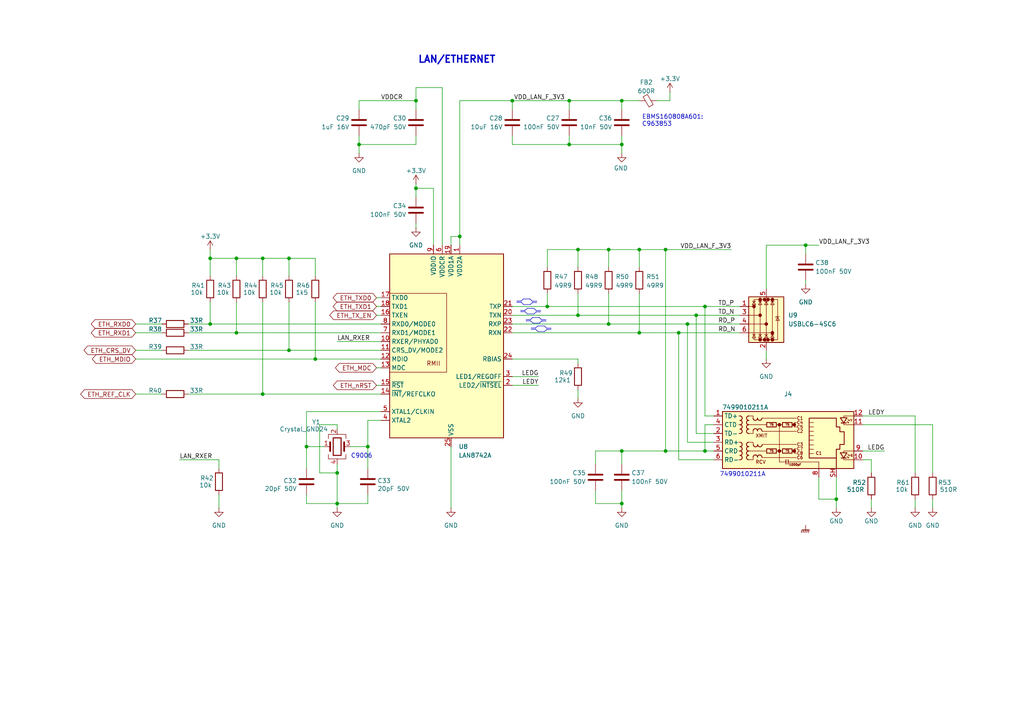
<source format=kicad_sch>
(kicad_sch (version 20250114) (generator "eeschema") (generator_version "9.0")
  (paper "A4")
  (lib_symbols
    (symbol "1-Capacitor:C_0805" (pin_numbers (hide yes)) (pin_names (offset 0.254))
      (property "Reference" "C" (at 0.635 2.54 0))
      (property "Value" "C_0805" (at 0.635 -2.54 0))
      (symbol "C_0805_0_1"
        (polyline (pts (xy -2.032 0.762) (xy 2.032 0.762)) (stroke (width 0.508)))
        (polyline (pts (xy -2.032 -0.762) (xy 2.032 -0.762)) (stroke (width 0.508)))
      )
      (symbol "C_0805_1_1"
        (pin passive line (at 0 3.81 270) (length 2.794) (name "~") (number "1"))
        (pin passive line (at 0 -3.81 90) (length 2.794) (name "~") (number "2"))
      )
    )
    (symbol "1-Crystal-and-Oscillator:Crystal_GND24" (pin_names (offset 1.016) (hide yes))
      (property "Reference" "Y" (at 3.175 5.08 0))
      (property "Value" "Crystal_GND24" (at 3.175 3.175 0))
      (symbol "Crystal_GND24_0_1"
        (polyline (pts (xy -2.54 2.286) (xy -2.54 3.556) (xy 2.54 3.556) (xy 2.54 2.286)))
        (polyline (pts (xy -2.54 0) (xy -2.032 0)))
        (polyline (pts (xy -2.54 -2.286) (xy -2.54 -3.556) (xy 2.54 -3.556) (xy 2.54 -2.286)))
        (polyline (pts (xy -2.032 -1.27) (xy -2.032 1.27)) (stroke (width 0.508)))
        (rectangle (start -1.143 2.54) (end 1.143 -2.54) (stroke (width 0.3048)))
        (polyline (pts (xy 0 3.556) (xy 0 3.81)))
        (polyline (pts (xy 0 -3.81) (xy 0 -3.556)))
        (polyline (pts (xy 2.032 0) (xy 2.54 0)))
        (polyline (pts (xy 2.032 -1.27) (xy 2.032 1.27)) (stroke (width 0.508)))
      )
      (symbol "Crystal_GND24_1_1"
        (pin passive line (at -3.81 0 0) (length 1.27) (name "1") (number "1"))
        (pin passive line (at 0 5.08 270) (length 1.27) (name "2") (number "2"))
        (pin passive line (at 0 -5.08 90) (length 1.27) (name "4") (number "4"))
        (pin passive line (at 3.81 0 180) (length 1.27) (name "3") (number "3"))
      )
    )
    (symbol "Connector:RJ45_Wuerth_7499010211A"
      (property "Reference" "J" (at 17.78 10.16 0))
      (property "Value" "RJ45_Wuerth_7499010211A" (at -6.35 10.16 0))
      (symbol "RJ45_Wuerth_7499010211A_0_0"
        (circle (center -1.27 5.08) (radius 0.0001) (stroke (width 0.508)))
        (polyline (pts (xy -1.27 5.08) (xy -1.27 -5.715)))
        (circle (center -1.27 -2.54) (radius 0.0001) (stroke (width 0.508)))
        (polyline (pts (xy 0.635 -5.08) (xy 0.635 -6.35)) (stroke (width 0.254)))
        (polyline (pts (xy 1.27 -5.08) (xy 1.27 -6.35)) (stroke (width 0.254)))
        (polyline (pts (xy 3.048 5.08) (xy 2.54 5.08)))
        (circle (center 3.048 5.08) (radius 0.0001) (stroke (width 0.508)))
        (polyline (pts (xy 3.048 -2.54) (xy 2.54 -2.54)))
        (circle (center 3.048 -2.54) (radius 0.0001) (stroke (width 0.508)))
        (polyline (pts (xy 3.683 5.715) (xy 3.048 5.715) (xy 3.048 4.445) (xy 3.683 4.445)))
        (polyline (pts (xy 3.683 -1.905) (xy 3.048 -1.905) (xy 3.048 -3.175) (xy 3.683 -3.175)))
        (polyline (pts (xy 17.399 7.112) (xy 17.399 7.62) (xy 20.32 7.62)))
        (polyline (pts (xy 17.399 -3.048) (xy 17.399 -2.54) (xy 20.32 -2.54)))
        (polyline (pts (xy 20.32 5.08) (xy 17.399 5.08) (xy 17.399 5.588)))
        (polyline (pts (xy 20.32 -5.08) (xy 17.399 -5.08) (xy 17.399 -4.572)))
        (text "XMIT" (at -8.255 1.905 0) (effects (font (size 1.016 1.016)) (justify left)))
        (text "RCV" (at -8.255 -5.715 0) (effects (font (size 1.016 1.016)) (justify left)))
        (text "C1" (at 4.699 6.985 0) (effects (font (size 0.889 0.889))))
        (text "C4" (at 4.699 5.715 0) (effects (font (size 0.889 0.889))))
        (text "C5" (at 4.699 4.445 0) (effects (font (size 0.889 0.889))))
        (text "C2" (at 4.699 3.175 0) (effects (font (size 0.889 0.889))))
        (text "C3" (at 4.699 -0.635 0) (effects (font (size 0.889 0.889))))
        (text "C7" (at 4.699 -1.905 0) (effects (font (size 0.889 0.889))))
        (text "C8" (at 4.699 -3.175 0) (effects (font (size 0.889 0.889))))
        (text "C6" (at 4.699 -4.445 0) (effects (font (size 0.889 0.889))))
        (text "C1" (at 10.16 -3.175 0) (effects (font (size 0.889 0.889))))
      )
      (symbol "RJ45_Wuerth_7499010211A_0_1"
        (rectangle (start -17.78 8.89) (end 20.32 -7.62) (stroke (width 0.254)) (fill (type background)))
        (polyline (pts (xy -12.7 7.62) (xy -13.081 7.62)))
        (polyline (pts (xy -12.7 5.08) (xy -13.081 5.08)))
        (polyline (pts (xy -12.7 2.54) (xy -13.081 2.54)))
        (polyline (pts (xy -12.7 0) (xy -13.081 0)))
        (polyline (pts (xy -12.7 -2.54) (xy -13.081 -2.54)))
        (polyline (pts (xy -12.7 -5.08) (xy -13.081 -5.08)))
        (polyline (pts (xy -10.16 7.62) (xy -8.89 7.62) (xy -8.89 6.985)))
        (polyline (pts (xy -10.16 0) (xy -8.89 0) (xy -8.89 -0.635)))
        (polyline (pts (xy -8.89 3.175) (xy -8.89 2.54) (xy -10.16 2.54)))
        (polyline (pts (xy -8.89 -4.445) (xy -8.89 -5.08) (xy -10.16 -5.08)))
        (polyline (pts (xy -6.35 6.985) (xy 3.683 6.985)))
        (polyline (pts (xy -6.35 3.175) (xy 3.683 3.175)))
        (polyline (pts (xy -6.35 -4.445) (xy 3.683 -4.445)))
        (polyline (pts (xy -6.223 -0.635) (xy 3.683 -0.635)))
        (polyline (pts (xy -5.08 -2.54) (xy -10.16 -2.54)))
        (polyline (pts (xy -4.953 5.08) (xy -10.16 5.08)))
        (polyline (pts (xy -2.159 5.08) (xy -0.381 5.08)))
        (polyline (pts (xy -2.159 -2.54) (xy -0.381 -2.54)))
        (polyline (pts (xy 0.635 -5.715) (xy -1.27 -5.715)))
        (polyline (pts (xy 7.366 3.175) (xy 8.636 3.175)))
        (polyline (pts (xy 7.366 1.905) (xy 8.636 1.905)))
        (polyline (pts (xy 7.366 0.635) (xy 8.636 0.635)))
        (polyline (pts (xy 7.366 -0.762) (xy 8.636 -0.762)))
        (polyline (pts (xy 7.366 -2.032) (xy 8.636 -2.032)))
        (polyline (pts (xy 8.636 5.715) (xy 7.366 5.715)))
        (polyline (pts (xy 8.636 4.445) (xy 7.366 4.445)))
        (polyline (pts (xy 8.636 -3.302) (xy 7.366 -3.302)))
        (polyline (pts (xy 10.16 -5.715) (xy 1.27 -5.715)))
        (polyline (pts (xy 10.16 -5.715) (xy 10.16 -7.62)))
      )
      (symbol "RJ45_Wuerth_7499010211A_1_0"
        (text "1000pF" (at 3.302 -6.477 0) (effects (font (size 0.635 0.635))))
      )
      (symbol "RJ45_Wuerth_7499010211A_1_1"
        (arc (start -12.7 0) (mid -12.0677 -0.635) (end -12.7 -1.27) (stroke (width 0.254)))
        (arc (start -12.6973 7.62) (mid -12.065 6.985) (end -12.6973 6.35) (stroke (width 0.254)))
        (arc (start -12.6973 -1.27) (mid -12.065 -1.905) (end -12.6973 -2.54) (stroke (width 0.254)))
        (arc (start -12.6973 -2.54) (mid -12.065 -3.175) (end -12.6973 -3.81) (stroke (width 0.254)))
        (arc (start -12.6973 -3.81) (mid -12.065 -4.445) (end -12.6973 -5.08) (stroke (width 0.254)))
        (arc (start -12.6946 6.35) (mid -12.0623 5.715) (end -12.6946 5.08) (stroke (width 0.254)))
        (arc (start -12.6946 5.08) (mid -12.0623 4.445) (end -12.6946 3.81) (stroke (width 0.254)))
        (arc (start -12.6946 3.81) (mid -12.0623 3.175) (end -12.6946 2.54) (stroke (width 0.254)))
        (arc (start -10.1654 6.35) (mid -10.7977 6.985) (end -10.1654 7.62) (stroke (width 0.254)))
        (arc (start -10.1654 5.08) (mid -10.7977 5.715) (end -10.1654 6.35) (stroke (width 0.254)))
        (arc (start -10.1654 3.81) (mid -10.7977 4.445) (end -10.1654 5.08) (stroke (width 0.254)))
        (arc (start -10.1654 -1.27) (mid -10.7977 -0.635) (end -10.1654 0) (stroke (width 0.254)))
        (arc (start -10.1654 -2.54) (mid -10.7977 -1.905) (end -10.1654 -1.27) (stroke (width 0.254)))
        (arc (start -10.1654 -3.81) (mid -10.7977 -3.175) (end -10.1654 -2.54) (stroke (width 0.254)))
        (arc (start -10.1627 2.54) (mid -10.795 3.175) (end -10.1627 3.81) (stroke (width 0.254)))
        (arc (start -10.1627 -5.08) (mid -10.795 -4.445) (end -10.1627 -3.81) (stroke (width 0.254)))
        (arc (start -7.62 6.9823) (mid -8.255 6.35) (end -8.89 6.9823) (stroke (width 0.254)))
        (arc (start -8.89 3.3047) (mid -8.255 3.937) (end -7.62 3.3047) (stroke (width 0.254)))
        (arc (start -8.89 -4.3153) (mid -8.255 -3.683) (end -7.62 -4.3153) (stroke (width 0.254)))
        (arc (start -7.5565 -0.7012) (mid -8.1915 -1.3335) (end -8.8265 -0.7012) (stroke (width 0.254)))
        (arc (start -6.35 6.985) (mid -6.985 6.3527) (end -7.62 6.985) (stroke (width 0.254)))
        (arc (start -7.62 3.3074) (mid -6.985 3.9397) (end -6.35 3.3074) (stroke (width 0.254)))
        (arc (start -7.62 -4.3126) (mid -6.985 -3.6803) (end -6.35 -4.3126) (stroke (width 0.254)))
        (arc (start -6.2865 -0.6985) (mid -6.9215 -1.3308) (end -7.5565 -0.6985) (stroke (width 0.254)))
        (rectangle (start -4.953 5.715) (end -2.159 4.445) (stroke (width 0.254)))
        (rectangle (start -4.953 -1.905) (end -2.159 -3.175) (stroke (width 0.254)))
        (rectangle (start -0.381 5.715) (end 2.413 4.445) (stroke (width 0.254)))
        (rectangle (start -0.381 -1.905) (end 2.413 -3.175) (stroke (width 0.254)))
        (polyline (pts (xy 7.366 -4.572) (xy 7.366 6.985) (xy 15.24 6.985) (xy 15.24 4.445) (xy 16.256 4.445) (xy 16.256 3.048) (xy 17.526 3.048) (xy 17.526 -0.635) (xy 16.256 -0.635) (xy 16.256 -2.032) (xy 15.24 -2.032) (xy 15.24 -4.572) (xy 7.366 -4.572)) (stroke (width 0.254)))
        (polyline (pts (xy 15.24 -7.62) (xy 15.24 -4.572)) (stroke (width 0.254)))
        (polyline (pts (xy 18.161 5.588) (xy 16.637 5.588)) (stroke (width 0.254)))
        (polyline (pts (xy 18.161 -4.572) (xy 16.637 -4.572)) (stroke (width 0.254)))
        (polyline (pts (xy 18.288 7.112) (xy 16.383 7.112) (xy 17.399 5.588) (xy 18.288 7.112)) (stroke (width 0.254)))
        (polyline (pts (xy 18.288 6.096) (xy 18.796 5.588) (xy 18.542 5.588)))
        (polyline (pts (xy 18.288 -3.048) (xy 16.383 -3.048) (xy 17.399 -4.572) (xy 18.288 -3.048)) (stroke (width 0.254)))
        (polyline (pts (xy 18.288 -4.064) (xy 18.796 -4.572) (xy 18.542 -4.572)))
        (polyline (pts (xy 18.542 6.731) (xy 19.05 6.223) (xy 18.796 6.223)))
        (polyline (pts (xy 18.542 -3.429) (xy 19.05 -3.937) (xy 18.796 -3.937)))
        (polyline (pts (xy 18.796 5.588) (xy 18.796 5.842)))
        (polyline (pts (xy 18.796 -4.572) (xy 18.796 -4.318)))
        (polyline (pts (xy 19.05 6.223) (xy 19.05 6.477)))
        (polyline (pts (xy 19.05 -3.937) (xy 19.05 -3.683)))
        (text "75" (at -3.556 5.08 0) (effects (font (size 0.635 0.635))))
        (text "75" (at -3.556 -2.54 0) (effects (font (size 0.635 0.635))))
        (text "75" (at 1.016 5.08 0) (effects (font (size 0.635 0.635))))
        (text "75" (at 1.016 -2.54 0) (effects (font (size 0.635 0.635))))
        (text "Y" (at 19.558 6.35 0) (effects (font (size 0.635 0.635))))
        (text "G" (at 19.685 -3.81 0) (effects (font (size 0.635 0.635))))
        (pin passive line (at -20.32 7.62 0) (length 2.54) (name "TD+") (number "1"))
        (pin passive line (at -20.32 5.08 0) (length 2.54) (name "CTD") (number "4"))
        (pin passive line (at -20.32 2.54 0) (length 2.54) (name "TD-") (number "2"))
        (pin passive line (at -20.32 0 0) (length 2.54) (name "RD+") (number "3"))
        (pin passive line (at -20.32 -2.54 0) (length 2.54) (name "CRD") (number "5"))
        (pin passive line (at -20.32 -5.08 0) (length 2.54) (name "RD-") (number "6"))
        (pin power_in line (at 10.16 -10.16 90) (length 2.54) (name "") (number "8"))
        (pin passive line (at 15.24 -10.16 90) (length 2.54) (name "") (number "SH"))
        (pin no_connect line (at 20.32 0 0) (length 0) (hide yes) (name "NC") (number "7"))
        (pin passive line (at 22.86 7.62 180) (length 2.54) (name "") (number "12"))
        (pin passive line (at 22.86 5.08 180) (length 2.54) (name "") (number "11"))
        (pin passive line (at 22.86 -2.54 180) (length 2.54) (name "") (number "9"))
        (pin passive line (at 22.86 -5.08 180) (length 2.54) (name "") (number "10"))
      )
    )
    (symbol "Device:FerriteBead_Small" (pin_numbers (hide yes)) (pin_names (offset 0))
      (property "Reference" "FB" (at 1.905 1.27 0))
      (property "Value" "FerriteBead_Small" (at 1.905 -1.27 0))
      (symbol "FerriteBead_Small_0_1"
        (polyline (pts (xy -1.8288 0.2794) (xy -1.1176 1.4986) (xy 1.8288 -0.2032) (xy 1.1176 -1.4224) (xy -1.8288 0.2794)))
        (polyline (pts (xy 0 0.889) (xy 0 1.2954)))
        (polyline (pts (xy 0 -1.27) (xy 0 -0.7874)))
      )
      (symbol "FerriteBead_Small_1_1"
        (pin passive line (at 0 2.54 270) (length 1.27) (name "~") (number "1"))
        (pin passive line (at 0 -2.54 90) (length 1.27) (name "~") (number "2"))
      )
    )
    (symbol "Device:R" (pin_numbers (hide yes)) (pin_names (offset 0))
      (property "Reference" "R" (at 2.032 0 90))
      (property "Value" "R" (at 0 0 90))
      (symbol "R_0_1"
        (rectangle (start -1.016 -2.54) (end 1.016 2.54) (stroke (width 0.254)))
      )
      (symbol "R_1_1"
        (pin passive line (at 0 3.81 270) (length 1.27) (name "~") (number "1"))
        (pin passive line (at 0 -3.81 90) (length 1.27) (name "~") (number "2"))
      )
    )
    (symbol "Interface_Ethernet:LAN8742A"
      (property "Reference" "U" (at -13.97 29.21 0))
      (property "Value" "LAN8742A" (at 15.24 29.21 0))
      (symbol "LAN8742A_0_0"
        (text "RMII" (at -5.08 -3.81 0) (effects (font (size 1.27 1.27))))
      )
      (symbol "LAN8742A_0_1"
        (rectangle (start -17.78 27.94) (end 15.24 -25.4) (stroke (width 0.254)) (fill (type background)))
        (polyline (pts (xy -17.78 -6.35) (xy -1.27 -6.35) (xy -1.27 16.51) (xy -17.78 16.51)))
      )
      (symbol "LAN8742A_1_1"
        (pin input line (at -20.32 15.24 0) (length 2.54) (name "TXD0") (number "17"))
        (pin input line (at -20.32 12.7 0) (length 2.54) (name "TXD1") (number "18"))
        (pin input line (at -20.32 10.16 0) (length 2.54) (name "TXEN") (number "16"))
        (pin bidirectional line (at -20.32 7.62 0) (length 2.54) (name "RXD0/MODE0") (number "8"))
        (pin bidirectional line (at -20.32 5.08 0) (length 2.54) (name "RXD1/MODE1") (number "7"))
        (pin output line (at -20.32 2.54 0) (length 2.54) (name "RXER/PHYAD0") (number "10"))
        (pin bidirectional line (at -20.32 0 0) (length 2.54) (name "CRS_DV/MODE2") (number "11"))
        (pin bidirectional line (at -20.32 -2.54 0) (length 2.54) (name "MDIO") (number "12"))
        (pin input line (at -20.32 -5.08 0) (length 2.54) (name "MDC") (number "13"))
        (pin input line (at -20.32 -10.16 0) (length 2.54) (name "~{RST}") (number "15"))
        (pin output line (at -20.32 -12.7 0) (length 2.54) (name "~{INT}/REFCLKO") (number "14"))
        (pin input line (at -20.32 -17.78 0) (length 2.54) (name "XTAL1/CLKIN") (number "5"))
        (pin output line (at -20.32 -20.32 0) (length 2.54) (name "XTAL2") (number "4"))
        (pin power_in line (at -5.08 30.48 270) (length 2.54) (name "VDDIO") (number "9"))
        (pin power_in line (at -2.54 30.48 270) (length 2.54) (name "VDDCR") (number "6"))
        (pin power_in line (at 0 30.48 270) (length 2.54) (name "VDD1A") (number "19"))
        (pin power_in line (at 0 -27.94 90) (length 2.54) (name "VSS") (number "25"))
        (pin power_in line (at 2.54 30.48 270) (length 2.54) (name "VDD2A") (number "1"))
        (pin passive line (at 17.78 12.7 180) (length 2.54) (name "TXP") (number "21"))
        (pin passive line (at 17.78 10.16 180) (length 2.54) (name "TXN") (number "20"))
        (pin passive line (at 17.78 7.62 180) (length 2.54) (name "RXP") (number "23"))
        (pin passive line (at 17.78 5.08 180) (length 2.54) (name "RXN") (number "22"))
        (pin passive line (at 17.78 -2.54 180) (length 2.54) (name "RBIAS") (number "24"))
        (pin bidirectional line (at 17.78 -7.62 180) (length 2.54) (name "LED1/REGOFF") (number "3"))
        (pin bidirectional line (at 17.78 -10.16 180) (length 2.54) (name "LED2/~{INTSEL}") (number "2"))
      )
    )
    (symbol "Power_Protection:USBLC6-4SC6" (pin_names (hide yes))
      (property "Reference" "U" (at 1.27 9.525 0))
      (property "Value" "USBLC6-4SC6" (at 1.27 6.985 0))
      (symbol "USBLC6-4SC6_0_0"
        (circle (center -3.556 2.54) (radius 0.0001) (stroke (width 0.508)))
        (circle (center -1.778 4.572) (radius 0.0001) (stroke (width 0.508)))
        (circle (center -1.778 0) (radius 0.0001) (stroke (width 0.508)))
        (circle (center -1.778 -7.112) (radius 0.0001) (stroke (width 0.508)))
        (circle (center -0.508 4.572) (radius 0.0001) (stroke (width 0.508)))
        (circle (center -0.508 -7.112) (radius 0.0001) (stroke (width 0.508)))
        (circle (center 0 -2.54) (radius 0.0001) (stroke (width 0.508)))
        (circle (center 0.508 4.572) (radius 0.0001) (stroke (width 0.508)))
        (circle (center 0.508 -7.112) (radius 0.0001) (stroke (width 0.508)))
        (circle (center 1.778 4.572) (radius 0.0001) (stroke (width 0.508)))
        (circle (center 1.778 -5.08) (radius 0.0001) (stroke (width 0.508)))
        (circle (center 1.778 -7.112) (radius 0.0001) (stroke (width 0.508)))
      )
      (symbol "USBLC6-4SC6_0_1"
        (polyline (pts (xy -5.08 2.54) (xy -3.556 2.54)))
        (polyline (pts (xy -5.08 0) (xy -1.778 0)))
        (polyline (pts (xy -5.08 -2.54) (xy 0 -2.54)))
        (polyline (pts (xy -5.08 -5.08) (xy 1.778 -5.08)))
        (polyline (pts (xy -4.064 3.048) (xy -3.048 3.048) (xy -3.556 4.064) (xy -4.064 3.048)))
        (polyline (pts (xy -4.064 -5.588) (xy -3.048 -5.588)))
        (polyline (pts (xy -3.048 4.064) (xy -4.064 4.064)))
        (polyline (pts (xy -3.048 -6.604) (xy -4.064 -6.604) (xy -3.556 -5.588) (xy -3.048 -6.604)))
        (polyline (pts (xy -2.286 4.064) (xy -1.27 4.064)))
        (polyline (pts (xy -2.286 -5.588) (xy -1.27 -5.588)))
        (polyline (pts (xy -1.27 3.048) (xy -2.286 3.048) (xy -1.778 4.064) (xy -1.27 3.048)))
        (polyline (pts (xy -1.27 -6.604) (xy -2.286 -6.604) (xy -1.778 -5.588) (xy -1.27 -6.604)))
        (polyline (pts (xy -0.508 3.048) (xy 0.508 3.048) (xy 0 4.064) (xy -0.508 3.048)))
        (polyline (pts (xy -0.508 -5.588) (xy 0.508 -5.588)))
        (polyline (pts (xy -0.508 -6.604) (xy 0.508 -6.604) (xy 0 -5.588) (xy -0.508 -6.604)))
        (polyline (pts (xy 0 5.08) (xy 0.508 4.572)))
        (polyline (pts (xy 0.508 4.064) (xy -0.508 4.064)))
        (polyline (pts (xy 0.508 -7.112) (xy -0.508 -7.112)))
        (polyline (pts (xy 1.27 4.064) (xy 2.286 4.064)))
        (polyline (pts (xy 1.27 -6.604) (xy 2.286 -6.604) (xy 1.778 -5.588) (xy 1.27 -6.604)))
        (polyline (pts (xy 1.778 4.572) (xy 3.302 4.572) (xy 3.302 -7.112) (xy 1.778 -7.112)))
        (polyline (pts (xy 2.286 3.048) (xy 1.27 3.048) (xy 1.778 4.064) (xy 2.286 3.048)))
        (polyline (pts (xy 2.286 -5.588) (xy 1.27 -5.588)))
        (polyline (pts (xy 2.794 -0.762) (xy 2.794 -0.381) (xy 3.81 -0.381)))
        (polyline (pts (xy 3.81 -1.524) (xy 2.794 -1.524) (xy 3.302 -0.508) (xy 3.81 -1.524)))
      )
      (symbol "USBLC6-4SC6_1_1"
        (rectangle (start -5.08 5.334) (end 5.08 -7.874) (stroke (width 0.254)) (fill (type background)))
        (polyline (pts (xy -1.778 4.572) (xy -3.556 4.572) (xy -3.556 -7.112) (xy -1.778 -7.112)))
        (polyline (pts (xy -0.508 4.572) (xy 1.778 4.572) (xy 1.778 -7.112) (xy 0.508 -7.112)))
        (polyline (pts (xy 0 -7.62) (xy -0.508 -7.112) (xy -1.778 -7.112) (xy -1.778 4.572) (xy -0.508 4.572)))
        (polyline (pts (xy 0.508 -7.112) (xy 0 -6.604) (xy 0 4.064) (xy -0.508 4.572)))
        (pin passive line (at -7.62 2.54 0) (length 2.54) (name "I/O1") (number "1"))
        (pin passive line (at -7.62 0 0) (length 2.54) (name "I/O2") (number "3"))
        (pin passive line (at -7.62 -2.54 0) (length 2.54) (name "I/O3") (number "4"))
        (pin passive line (at -7.62 -5.08 0) (length 2.54) (name "I/O4") (number "6"))
        (pin passive line (at 0 7.62 270) (length 2.54) (name "VBUS") (number "5"))
        (pin passive line (at 0 -10.16 90) (length 2.54) (name "GND") (number "2"))
      )
    )
    (symbol "power:+3.3V" (power) (pin_numbers (hide yes)) (pin_names (offset 0) (hide yes))
      (property "Value" "+3.3V" (at 0 3.556 0))
      (symbol "+3.3V_0_1"
        (polyline (pts (xy -0.762 1.27) (xy 0 2.54)))
        (polyline (pts (xy 0 2.54) (xy 0.762 1.27)))
        (polyline (pts (xy 0 0) (xy 0 2.54)))
      )
      (symbol "+3.3V_1_1"
        (pin power_in line (at 0 0 90) (length 0) (name "~") (number "1"))
      )
    )
    (symbol "power:GND" (power) (pin_numbers (hide yes)) (pin_names (offset 0) (hide yes))
      (property "Value" "GND" (at 0 -3.81 0))
      (symbol "GND_0_1"
        (polyline (pts (xy 0 0) (xy 0 -1.27) (xy 1.27 -1.27) (xy 0 -2.54) (xy -1.27 -1.27) (xy 0 -1.27)))
      )
      (symbol "GND_1_1"
        (pin power_in line (at 0 0 270) (length 0) (name "~") (number "1"))
      )
    )
    (symbol "power:GNDPWR" (power) (pin_numbers (hide yes)) (pin_names (offset 0) (hide yes))
      (property "Value" "GNDPWR" (at 0 -3.302 0))
      (symbol "GNDPWR_0_1"
        (polyline (pts (xy -1.016 -1.27) (xy -1.27 -2.032) (xy -1.27 -2.032)) (stroke (width 0.2032)))
        (polyline (pts (xy -0.508 -1.27) (xy -0.762 -2.032) (xy -0.762 -2.032)) (stroke (width 0.2032)))
        (polyline (pts (xy 0 -1.27) (xy 0 0)))
        (polyline (pts (xy 0 -1.27) (xy -0.254 -2.032) (xy -0.254 -2.032)) (stroke (width 0.2032)))
        (polyline (pts (xy 0.508 -1.27) (xy 0.254 -2.032) (xy 0.254 -2.032)) (stroke (width 0.2032)))
        (polyline (pts (xy 1.016 -1.27) (xy -1.016 -1.27) (xy -1.016 -1.27)) (stroke (width 0.2032)))
        (polyline (pts (xy 1.016 -1.27) (xy 0.762 -2.032) (xy 0.762 -2.032) (xy 0.762 -2.032)) (stroke (width 0.2032)))
      )
      (symbol "GNDPWR_1_1"
        (pin power_in line (at 0 0 270) (length 0) (name "~") (number "1"))
      )
    )
  )
  (text "7499010211A" (at 215.392 137.668 0) (effects (font (size 1.27 1.27))))
  (text "C9006" (at 104.902 132.334 0) (effects (font (size 1.27 1.27))))
  (text "LAN/ETHERNET" (at 121.158 18.542 0) (effects (font (size 2 2) (thickness 0.4) (bold yes)) (justify left bottom)))
  (text "EBMS160808A601:\nC963853" (at 186.182 35.052 0) (effects (font (size 1.27 1.27)) (justify left)))
  (junction (at 204.47 130.81))
  (junction (at 167.64 91.44))
  (junction (at 68.58 74.93))
  (junction (at 201.93 91.44))
  (junction (at 199.39 93.98))
  (junction (at 83.82 74.93))
  (junction (at 180.34 146.05))
  (junction (at 120.65 54.61))
  (junction (at 76.2 74.93))
  (junction (at 76.2 114.3))
  (junction (at 91.44 104.14))
  (junction (at 204.47 88.9))
  (junction (at 165.1 41.91))
  (junction (at 185.42 72.39))
  (junction (at 180.34 130.81))
  (junction (at 120.65 29.21))
  (junction (at 97.79 146.05))
  (junction (at 106.68 129.54))
  (junction (at 233.68 71.12))
  (junction (at 167.64 72.39))
  (junction (at 88.9 129.54))
  (junction (at 165.1 29.21))
  (junction (at 68.58 96.52))
  (junction (at 97.79 137.16))
  (junction (at 83.82 101.6))
  (junction (at 104.14 41.91))
  (junction (at 185.42 96.52))
  (junction (at 180.34 41.91))
  (junction (at 180.34 29.21))
  (junction (at 176.53 93.98))
  (junction (at 193.04 130.81))
  (junction (at 60.96 74.93))
  (junction (at 158.75 88.9))
  (junction (at 148.59 29.21))
  (junction (at 193.04 72.39))
  (junction (at 242.57 144.78))
  (junction (at 176.53 72.39))
  (junction (at 60.96 93.98))
  (junction (at 196.85 96.52))
  (junction (at 133.35 68.58))
  (wire (pts (xy 185.42 72.39) (xy 176.53 72.39)))
  (polyline (pts (xy 155.7022 87.7344) (xy 154.4322 87.7344)))
  (wire (pts (xy 68.58 80.01) (xy 68.58 74.93)))
  (wire (pts (xy 130.81 68.58) (xy 130.81 71.12)))
  (polyline (pts (xy 150.9943 90.0253) (xy 152.2643 90.0253)))
  (wire (pts (xy 199.39 93.98) (xy 214.63 93.98)))
  (wire (pts (xy 60.96 74.93) (xy 68.58 74.93)))
  (wire (pts (xy 63.5 135.89) (xy 63.5 133.35)))
  (polyline (pts (xy 152.2643 90.0253) (xy 152.2918 90.0253)))
  (wire (pts (xy 120.65 54.61) (xy 120.65 53.34)))
  (wire (pts (xy 148.59 29.21) (xy 133.35 29.21)))
  (polyline (pts (xy 155.4785 90.0706) (xy 156.7726 90.0706)))
  (wire (pts (xy 165.1 41.91) (xy 180.34 41.91)))
  (wire (pts (xy 194.31 26.67) (xy 194.31 29.21)))
  (wire (pts (xy 109.22 111.76) (xy 110.49 111.76)))
  (wire (pts (xy 97.79 146.05) (xy 88.9 146.05)))
  (wire (pts (xy 167.64 113.03) (xy 167.64 115.57)))
  (wire (pts (xy 97.79 137.16) (xy 97.79 134.62)))
  (wire (pts (xy 180.34 130.81) (xy 193.04 130.81)))
  (polyline (pts (xy 155.3771 95.5163) (xy 154.083 95.5163)))
  (wire (pts (xy 120.65 31.75) (xy 120.65 29.21)))
  (wire (pts (xy 233.68 81.28) (xy 233.68 82.55)))
  (wire (pts (xy 106.68 121.92) (xy 106.68 129.54)))
  (wire (pts (xy 270.51 123.19) (xy 270.51 137.16)))
  (polyline (pts (xy 151.8619 88.333) (xy 151.218 87.6891)))
  (wire (pts (xy 180.34 41.91) (xy 180.34 44.45)))
  (polyline (pts (xy 154.4669 92.0898) (xy 156.4111 92.0898)))
  (wire (pts (xy 165.1 39.37) (xy 165.1 41.91)))
  (wire (pts (xy 91.44 87.63) (xy 91.44 104.14)))
  (wire (pts (xy 104.14 41.91) (xy 104.14 44.45)))
  (wire (pts (xy 242.57 144.78) (xy 242.57 147.32)))
  (wire (pts (xy 88.9 119.38) (xy 88.9 129.54)))
  (wire (pts (xy 97.79 99.06) (xy 110.49 99.06)))
  (wire (pts (xy 88.9 129.54) (xy 93.98 129.54)))
  (wire (pts (xy 120.65 41.91) (xy 104.14 41.91)))
  (wire (pts (xy 233.68 71.12) (xy 233.68 73.66)))
  (wire (pts (xy 133.35 29.21) (xy 133.35 68.58)))
  (wire (pts (xy 148.59 111.76) (xy 156.21 111.76)))
  (wire (pts (xy 165.1 29.21) (xy 180.34 29.21)))
  (polyline (pts (xy 156.8065 90.4505) (xy 155.5365 90.4505)))
  (polyline (pts (xy 157.055 92.7337) (xy 158.3491 92.7337)))
  (polyline (pts (xy 154.4047 87.7344) (xy 153.8061 88.333)))
  (wire (pts (xy 68.58 74.93) (xy 76.2 74.93)))
  (wire (pts (xy 180.34 29.21) (xy 185.42 29.21)))
  (polyline (pts (xy 155.6683 87.3545) (xy 155.6746 87.3482)))
  (wire (pts (xy 252.73 133.35) (xy 250.19 133.35)))
  (polyline (pts (xy 158.5333 95.1817) (xy 159.8274 95.1817)))
  (wire (pts (xy 180.34 130.81) (xy 172.72 130.81)))
  (polyline (pts (xy 151.218 87.6891) (xy 149.9239 87.6891)))
  (wire (pts (xy 204.47 120.65) (xy 204.47 88.9)))
  (wire (pts (xy 109.22 91.44) (xy 110.49 91.44)))
  (wire (pts (xy 222.25 71.12) (xy 222.25 83.82)))
  (wire (pts (xy 167.64 91.44) (xy 167.64 85.09)))
  (wire (pts (xy 125.73 54.61) (xy 125.73 71.12)))
  (polyline (pts (xy 155.9452 94.5378) (xy 157.8894 94.5378)))
  (wire (pts (xy 176.53 93.98) (xy 199.39 93.98)))
  (wire (pts (xy 180.34 29.21) (xy 180.34 31.75)))
  (wire (pts (xy 97.79 123.19) (xy 92.71 123.19)))
  (wire (pts (xy 83.82 101.6) (xy 110.49 101.6)))
  (wire (pts (xy 110.49 119.38) (xy 88.9 119.38)))
  (wire (pts (xy 265.43 144.78) (xy 265.43 147.32)))
  (wire (pts (xy 222.25 71.12) (xy 233.68 71.12)))
  (wire (pts (xy 176.53 72.39) (xy 167.64 72.39)))
  (wire (pts (xy 180.34 146.05) (xy 180.34 147.32)))
  (wire (pts (xy 110.49 121.92) (xy 106.68 121.92)))
  (wire (pts (xy 148.59 91.44) (xy 167.64 91.44)))
  (wire (pts (xy 201.93 91.44) (xy 214.63 91.44)))
  (wire (pts (xy 76.2 80.01) (xy 76.2 74.93)))
  (wire (pts (xy 165.1 29.21) (xy 148.59 29.21)))
  (polyline (pts (xy 152.6047 93.0683) (xy 152.5984 93.0746)))
  (wire (pts (xy 212.09 72.39) (xy 193.04 72.39)))
  (wire (pts (xy 167.64 104.14) (xy 148.59 104.14)))
  (wire (pts (xy 204.47 88.9) (xy 214.63 88.9)))
  (wire (pts (xy 167.64 72.39) (xy 158.75 72.39)))
  (wire (pts (xy 237.49 144.78) (xy 242.57 144.78)))
  (wire (pts (xy 91.44 80.01) (xy 91.44 74.93)))
  (polyline (pts (xy 156.021 96.1602) (xy 155.3771 95.5163)))
  (wire (pts (xy 172.72 130.81) (xy 172.72 134.62)))
  (wire (pts (xy 39.37 104.14) (xy 91.44 104.14)))
  (polyline (pts (xy 156.7726 90.0706) (xy 156.7789 90.0643)))
  (polyline (pts (xy 158.5638 95.5616) (xy 157.9652 96.1602)))
  (wire (pts (xy 39.37 101.6) (xy 46.99 101.6)))
  (wire (pts (xy 180.34 130.81) (xy 180.34 134.62)))
  (wire (pts (xy 39.37 114.3) (xy 46.99 114.3)))
  (wire (pts (xy 222.25 101.6) (xy 222.25 104.14)))
  (polyline (pts (xy 154.8346 89.4267) (xy 155.4785 90.0706)))
  (wire (pts (xy 97.79 146.05) (xy 106.68 146.05)))
  (polyline (pts (xy 159.8613 95.5616) (xy 158.5913 95.5616)))
  (polyline (pts (xy 157.8894 94.5378) (xy 158.5333 95.1817)))
  (polyline (pts (xy 152.2918 90.0253) (xy 152.8904 89.4267)))
  (wire (pts (xy 167.64 72.39) (xy 167.64 77.47)))
  (wire (pts (xy 54.61 96.52) (xy 68.58 96.52)))
  (wire (pts (xy 193.04 130.81) (xy 204.47 130.81)))
  (wire (pts (xy 148.59 96.52) (xy 185.42 96.52)))
  (polyline (pts (xy 153.7303 86.7106) (xy 154.3742 87.3545)))
  (wire (pts (xy 194.31 29.21) (xy 190.5 29.21)))
  (wire (pts (xy 148.59 41.91) (xy 165.1 41.91)))
  (wire (pts (xy 207.01 133.35) (xy 196.85 133.35)))
  (wire (pts (xy 207.01 125.73) (xy 201.93 125.73)))
  (wire (pts (xy 176.53 85.09) (xy 176.53 93.98)))
  (polyline (pts (xy 157.113 93.1136) (xy 157.0855 93.1136)))
  (wire (pts (xy 204.47 130.81) (xy 207.01 130.81)))
  (wire (pts (xy 172.72 142.24) (xy 172.72 146.05)))
  (wire (pts (xy 158.75 88.9) (xy 204.47 88.9)))
  (wire (pts (xy 270.51 144.78) (xy 270.51 147.32)))
  (wire (pts (xy 196.85 133.35) (xy 196.85 96.52)))
  (wire (pts (xy 180.34 146.05) (xy 172.72 146.05)))
  (wire (pts (xy 76.2 74.93) (xy 83.82 74.93)))
  (wire (pts (xy 39.37 93.98) (xy 46.99 93.98)))
  (polyline (pts (xy 158.383 93.1136) (xy 157.113 93.1136)))
  (polyline (pts (xy 152.9662 91.0491) (xy 152.3223 90.4052)))
  (wire (pts (xy 133.35 68.58) (xy 130.81 68.58)))
  (wire (pts (xy 167.64 91.44) (xy 201.93 91.44)))
  (wire (pts (xy 120.65 39.37) (xy 120.65 41.91)))
  (wire (pts (xy 148.59 109.22) (xy 156.21 109.22)))
  (wire (pts (xy 109.22 106.68) (xy 110.49 106.68)))
  (wire (pts (xy 207.01 123.19) (xy 204.47 123.19)))
  (polyline (pts (xy 158.3491 92.7337) (xy 158.3554 92.7274)))
  (wire (pts (xy 120.65 54.61) (xy 125.73 54.61)))
  (wire (pts (xy 68.58 87.63) (xy 68.58 96.52)))
  (wire (pts (xy 237.49 138.43) (xy 237.49 144.78)))
  (polyline (pts (xy 158.5913 95.5616) (xy 158.5638 95.5616)))
  (polyline (pts (xy 155.3191 95.1364) (xy 155.3466 95.1364)))
  (wire (pts (xy 158.75 85.09) (xy 158.75 88.9)))
  (wire (pts (xy 165.1 29.21) (xy 165.1 31.75)))
  (polyline (pts (xy 157.0855 93.1136) (xy 156.4869 93.7122)))
  (polyline (pts (xy 152.5708 92.6884) (xy 153.8408 92.6884)))
  (wire (pts (xy 185.42 96.52) (xy 196.85 96.52)))
  (wire (pts (xy 128.27 25.4) (xy 128.27 71.12)))
  (wire (pts (xy 60.96 72.39) (xy 60.96 74.93)))
  (wire (pts (xy 97.79 147.32) (xy 97.79 146.05)))
  (wire (pts (xy 185.42 72.39) (xy 185.42 77.47)))
  (wire (pts (xy 60.96 93.98) (xy 110.49 93.98)))
  (wire (pts (xy 250.19 123.19) (xy 270.51 123.19)))
  (wire (pts (xy 204.47 123.19) (xy 204.47 130.81)))
  (wire (pts (xy 106.68 129.54) (xy 106.68 135.89)))
  (wire (pts (xy 83.82 87.63) (xy 83.82 101.6)))
  (polyline (pts (xy 154.083 95.5163) (xy 154.0767 95.5226)))
  (wire (pts (xy 83.82 74.93) (xy 91.44 74.93)))
  (wire (pts (xy 91.44 104.14) (xy 110.49 104.14)))
  (wire (pts (xy 106.68 143.51) (xy 106.68 146.05)))
  (wire (pts (xy 120.65 64.77) (xy 120.65 66.04)))
  (wire (pts (xy 193.04 72.39) (xy 193.04 130.81)))
  (wire (pts (xy 104.14 39.37) (xy 104.14 41.91)))
  (polyline (pts (xy 156.4111 92.0898) (xy 157.055 92.7337)))
  (polyline (pts (xy 151.7861 86.7106) (xy 153.7303 86.7106)))
  (wire (pts (xy 185.42 96.52) (xy 185.42 85.09)))
  (polyline (pts (xy 157.9652 96.1602) (xy 156.021 96.1602)))
  (wire (pts (xy 130.81 129.54) (xy 130.81 147.32)))
  (polyline (pts (xy 153.8683 92.6884) (xy 154.4669 92.0898)))
  (wire (pts (xy 237.49 71.12) (xy 233.68 71.12)))
  (wire (pts (xy 148.59 31.75) (xy 148.59 29.21)))
  (polyline (pts (xy 155.5365 90.4505) (xy 155.509 90.4505)))
  (polyline (pts (xy 154.0491 95.1364) (xy 155.3191 95.1364)))
  (wire (pts (xy 180.34 39.37) (xy 180.34 41.91)))
  (wire (pts (xy 60.96 87.63) (xy 60.96 93.98)))
  (wire (pts (xy 196.85 96.52) (xy 214.63 96.52)))
  (wire (pts (xy 180.34 142.24) (xy 180.34 146.05)))
  (polyline (pts (xy 154.9104 91.0491) (xy 152.9662 91.0491)))
  (polyline (pts (xy 152.8904 89.4267) (xy 154.8346 89.4267)))
  (polyline (pts (xy 155.509 90.4505) (xy 154.9104 91.0491)))
  (wire (pts (xy 176.53 93.98) (xy 148.59 93.98)))
  (wire (pts (xy 120.65 25.4) (xy 120.65 29.21)))
  (wire (pts (xy 120.65 25.4) (xy 128.27 25.4)))
  (wire (pts (xy 133.35 71.12) (xy 133.35 68.58)))
  (wire (pts (xy 54.61 101.6) (xy 83.82 101.6)))
  (polyline (pts (xy 149.9239 87.6891) (xy 149.9176 87.6954)))
  (polyline (pts (xy 153.8408 92.6884) (xy 153.8683 92.6884)))
  (wire (pts (xy 63.5 143.51) (xy 63.5 147.32)))
  (wire (pts (xy 252.73 137.16) (xy 252.73 133.35)))
  (wire (pts (xy 109.22 88.9) (xy 110.49 88.9)))
  (wire (pts (xy 39.37 96.52) (xy 46.99 96.52)))
  (wire (pts (xy 250.19 130.81) (xy 256.54 130.81)))
  (wire (pts (xy 104.14 29.21) (xy 104.14 31.75)))
  (wire (pts (xy 54.61 114.3) (xy 76.2 114.3)))
  (polyline (pts (xy 151.16 87.3092) (xy 151.1875 87.3092)))
  (wire (pts (xy 167.64 105.41) (xy 167.64 104.14)))
  (polyline (pts (xy 154.5427 93.7122) (xy 153.8988 93.0683)))
  (polyline (pts (xy 151.0282 90.4052) (xy 151.0219 90.4115)))
  (wire (pts (xy 92.71 137.16) (xy 97.79 137.16)))
  (wire (pts (xy 148.59 39.37) (xy 148.59 41.91)))
  (wire (pts (xy 201.93 125.73) (xy 201.93 91.44)))
  (wire (pts (xy 97.79 137.16) (xy 97.79 146.05)))
  (wire (pts (xy 83.82 80.01) (xy 83.82 74.93)))
  (wire (pts (xy 104.14 29.21) (xy 120.65 29.21)))
  (wire (pts (xy 60.96 74.93) (xy 60.96 80.01)))
  (wire (pts (xy 63.5 133.35) (xy 52.07 133.35)))
  (polyline (pts (xy 151.1875 87.3092) (xy 151.7861 86.7106)))
  (polyline (pts (xy 153.8061 88.333) (xy 151.8619 88.333)))
  (polyline (pts (xy 159.8274 95.1817) (xy 159.8337 95.1754)))
  (polyline (pts (xy 154.4322 87.7344) (xy 154.4047 87.7344)))
  (wire (pts (xy 68.58 96.52) (xy 110.49 96.52)))
  (wire (pts (xy 109.22 86.36) (xy 110.49 86.36)))
  (wire (pts (xy 199.39 128.27) (xy 199.39 93.98)))
  (polyline (pts (xy 155.3466 95.1364) (xy 155.9452 94.5378)))
  (wire (pts (xy 88.9 129.54) (xy 88.9 135.89)))
  (polyline (pts (xy 153.8988 93.0683) (xy 152.6047 93.0683)))
  (wire (pts (xy 54.61 93.98) (xy 60.96 93.98)))
  (wire (pts (xy 193.04 72.39) (xy 185.42 72.39)))
  (polyline (pts (xy 152.3223 90.4052) (xy 151.0282 90.4052)))
  (wire (pts (xy 207.01 128.27) (xy 199.39 128.27)))
  (wire (pts (xy 265.43 137.16) (xy 265.43 120.65)))
  (wire (pts (xy 158.75 88.9) (xy 148.59 88.9)))
  (polyline (pts (xy 156.4869 93.7122) (xy 154.5427 93.7122)))
  (wire (pts (xy 120.65 54.61) (xy 120.65 57.15)))
  (wire (pts (xy 101.6 129.54) (xy 106.68 129.54)))
  (wire (pts (xy 252.73 144.78) (xy 252.73 147.32)))
  (wire (pts (xy 92.71 123.19) (xy 92.71 137.16)))
  (wire (pts (xy 242.57 138.43) (xy 242.57 144.78)))
  (wire (pts (xy 158.75 72.39) (xy 158.75 77.47)))
  (polyline (pts (xy 154.3742 87.3545) (xy 155.6683 87.3545)))
  (polyline (pts (xy 149.89 87.3092) (xy 151.16 87.3092)))
  (wire (pts (xy 250.19 120.65) (xy 265.43 120.65)))
  (wire (pts (xy 88.9 146.05) (xy 88.9 143.51)))
  (wire (pts (xy 97.79 124.46) (xy 97.79 123.19)))
  (wire (pts (xy 176.53 72.39) (xy 176.53 77.47)))
  (wire (pts (xy 76.2 87.63) (xy 76.2 114.3)))
  (wire (pts (xy 207.01 120.65) (xy 204.47 120.65)))
  (wire (pts (xy 76.2 114.3) (xy 110.49 114.3)))
  (label "LEDY" (at 156.21 111.76 180))
  (label "LAN_RXER" (at 52.07 133.35 0))
  (label "VDD_LAN_F_3V3" (at 212.09 72.39 180))
  (label "LAN_RXER" (at 97.79 99.06 0))
  (label "TD_N" (at 208.28 91.44 0))
  (label "RD_N" (at 208.28 96.52 0))
  (label "VDD_LAN_F_3V3" (at 237.49 71.12 0))
  (label "LEDY" (at 256.54 120.65 180))
  (label "LEDG" (at 156.21 109.22 180))
  (label "LEDG" (at 256.54 130.81 180))
  (label "TD_P" (at 208.28 88.9 0))
  (label "RD_P" (at 208.28 93.98 0))
  (label "VDD_LAN_F_3V3" (at 163.83 29.21 180))
  (label "VDDCR" (at 116.84 29.21 180))
  (global_label "ETH_CRS_DV" (shape bidirectional) (at 39.37 101.6 180) (property "Intersheetrefs" "${INTERSHEET_REFS}" (effects (hide yes))))
  (global_label "ETH_RXD1" (shape bidirectional) (at 39.37 96.52 180) (property "Intersheetrefs" "${INTERSHEET_REFS}" (effects (hide yes))))
  (global_label "ETH_RXD0" (shape bidirectional) (at 39.37 93.98 180) (property "Intersheetrefs" "${INTERSHEET_REFS}" (effects (hide yes))))
  (global_label "ETH_MDIO" (shape bidirectional) (at 39.37 104.14 180) (property "Intersheetrefs" "${INTERSHEET_REFS}" (effects (hide yes))))
  (global_label "ETH_REF_CLK" (shape bidirectional) (at 39.37 114.3 180) (property "Intersheetrefs" "${INTERSHEET_REFS}" (effects (hide yes))))
  (global_label "ETH_TX_EN" (shape bidirectional) (at 109.22 91.44 180) (property "Intersheetrefs" "${INTERSHEET_REFS}" (effects (hide yes))))
  (global_label "ETH_nRST" (shape bidirectional) (at 109.22 111.76 180) (property "Intersheetrefs" "${INTERSHEET_REFS}" (effects (hide yes))))
  (global_label "ETH_MDC" (shape bidirectional) (at 109.22 106.68 180) (property "Intersheetrefs" "${INTERSHEET_REFS}" (effects (hide yes))))
  (global_label "ETH_TXD0" (shape bidirectional) (at 109.22 86.36 180) (property "Intersheetrefs" "${INTERSHEET_REFS}" (effects (hide yes))))
  (global_label "ETH_TXD1" (shape bidirectional) (at 109.22 88.9 180) (property "Intersheetrefs" "${INTERSHEET_REFS}" (effects (hide yes))))
  (symbol (lib_id "power:GND") (at 180.34 147.32 0) (mirror y) (unit 1)
    (property "Reference" "#PWR044" (effects (hide yes)))
    (property "Value" "GND" (at 180.34 152.4 0))
    (property "Description" "Power symbol creates a global label with name \"GND\" , ground" (effects (hide yes)))
  )
  (symbol (lib_id "1-Capacitor:C_0805") (at 88.9 139.7 0) (mirror y) (unit 1)
    (property "Reference" "C32" (at 86.106 139.446 0) (effects (justify left)))
    (property "Value" "20pF 50V" (at 86.106 141.732 0) (effects (justify left)))
    (property "Footprint" "1-Capacitor:C_0603_1608Metric" (effects (hide yes)))
    (property "Description" "Unpolarized capacitor" (effects (hide yes)))
  )
  (symbol (lib_id "power:GND") (at 104.14 44.45 0) (mirror y) (unit 1)
    (property "Reference" "#PWR038" (effects (hide yes)))
    (property "Value" "GND" (at 104.14 49.53 0))
    (property "Description" "Power symbol creates a global label with name \"GND\" , ground" (effects (hide yes)))
  )
  (symbol (lib_id "Device:R") (at 185.42 81.28 0) (unit 1)
    (property "Reference" "R51" (at 187.452 80.264 0) (effects (justify left)))
    (property "Value" "49R9" (at 187.452 82.804 0) (effects (justify left)))
    (property "Footprint" "1-Resistor:R_0805_2012Metric" (effects (hide yes)))
    (property "Description" "Resistor" (effects (hide yes)))
  )
  (symbol (lib_id "Device:R") (at 50.8 114.3 90) (unit 1)
    (property "Reference" "R40" (at 46.99 113.284 90) (effects (justify left)))
    (property "Value" "33R" (at 58.928 113.284 90) (effects (justify left)))
    (property "Footprint" "1-Resistor:R_0805_2012Metric" (effects (hide yes)))
    (property "Description" "Resistor" (effects (hide yes)))
  )
  (symbol (lib_id "1-Capacitor:C_0805") (at 106.68 139.7 0) (unit 1)
    (property "Reference" "C33" (at 109.474 139.446 0) (effects (justify left)))
    (property "Value" "20pF 50V" (at 109.474 141.732 0) (effects (justify left)))
    (property "Footprint" "1-Capacitor:C_0603_1608Metric" (effects (hide yes)))
    (property "Description" "Unpolarized capacitor" (effects (hide yes)))
  )
  (symbol (lib_id "Device:R") (at 50.8 96.52 90) (unit 1)
    (property "Reference" "R38" (at 46.99 95.504 90) (effects (justify left)))
    (property "Value" "33R" (at 58.928 95.504 90) (effects (justify left)))
    (property "Footprint" "1-Resistor:R_0805_2012Metric" (effects (hide yes)))
    (property "Description" "Resistor" (effects (hide yes)))
  )
  (symbol (lib_id "Device:R") (at 76.2 83.82 180) (unit 1)
    (property "Reference" "R44" (at 74.676 82.804 0) (effects (justify left)))
    (property "Value" "10k" (at 74.168 84.836 0) (effects (justify left)))
    (property "Footprint" "1-Resistor:R_0805_2012Metric" (effects (hide yes)))
    (property "Description" "Resistor" (effects (hide yes)))
  )
  (symbol (lib_id "1-Capacitor:C_0805") (at 233.68 77.47 0) (unit 1)
    (property "Reference" "C38" (at 236.474 76.2 0) (effects (justify left)))
    (property "Value" "100nF 50V" (at 236.474 78.74 0) (effects (justify left)))
    (property "Footprint" "1-Capacitor:C_0805_2012Metric" (effects (hide yes)))
    (property "Description" "Unpolarized capacitor" (effects (hide yes)))
  )
  (symbol (lib_id "Device:R") (at 50.8 93.98 90) (unit 1)
    (property "Reference" "R37" (at 46.99 92.964 90) (effects (justify left)))
    (property "Value" "33R" (at 58.928 92.964 90) (effects (justify left)))
    (property "Footprint" "1-Resistor:R_0805_2012Metric" (effects (hide yes)))
    (property "Description" "Resistor" (effects (hide yes)))
  )
  (symbol (lib_id "Device:R") (at 167.64 109.22 180) (unit 1)
    (property "Reference" "R49" (at 166.116 108.204 0) (effects (justify left)))
    (property "Value" "12k1" (at 165.608 110.236 0) (effects (justify left)))
    (property "Footprint" "1-Resistor:R_0805_2012Metric" (effects (hide yes)))
    (property "Description" "Resistor" (effects (hide yes)))
  )
  (symbol (lib_id "1-Capacitor:C_0805") (at 148.59 35.56 0) (mirror y) (unit 1)
    (property "Reference" "C28" (at 145.796 34.29 0) (effects (justify left)))
    (property "Value" "10uF 16V" (at 145.796 36.83 0) (effects (justify left)))
    (property "Footprint" "1-Capacitor:C_0603_1608Metric" (effects (hide yes)))
    (property "Description" "Unpolarized capacitor" (effects (hide yes)))
  )
  (symbol (lib_id "power:GNDPWR") (at 233.68 152.4 0) (unit 1)
    (property "Reference" "#PWR048" (effects (hide yes)))
    (property "Value" "GNDPWR" (effects (hide yes)))
    (property "Description" "Power symbol creates a global label with name \"GNDPWR\" , global ground" (effects (hide yes)))
  )
  (symbol (lib_id "Device:R") (at 167.64 81.28 0) (unit 1)
    (property "Reference" "R48" (at 169.672 80.264 0) (effects (justify left)))
    (property "Value" "49R9" (at 169.672 82.804 0) (effects (justify left)))
    (property "Footprint" "1-Resistor:R_0805_2012Metric" (effects (hide yes)))
    (property "Description" "Resistor" (effects (hide yes)))
  )
  (symbol (lib_id "1-Capacitor:C_0805") (at 172.72 138.43 0) (mirror y) (unit 1)
    (property "Reference" "C35" (at 169.926 137.16 0) (effects (justify left)))
    (property "Value" "100nF 50V" (at 169.926 139.7 0) (effects (justify left)))
    (property "Footprint" "1-Capacitor:C_0805_2012Metric" (effects (hide yes)))
    (property "Description" "Unpolarized capacitor" (effects (hide yes)))
  )
  (symbol (lib_id "Device:R") (at 63.5 139.7 180) (unit 1)
    (property "Reference" "R42" (at 61.976 138.684 0) (effects (justify left)))
    (property "Value" "10k" (at 61.468 140.716 0) (effects (justify left)))
    (property "Footprint" "1-Resistor:R_0805_2012Metric" (effects (hide yes)))
    (property "Description" "Resistor" (effects (hide yes)))
  )
  (symbol (lib_id "1-Capacitor:C_0805") (at 180.34 138.43 0) (unit 1)
    (property "Reference" "C37" (at 183.134 137.16 0) (effects (justify left)))
    (property "Value" "100nF 50V" (at 183.134 139.7 0) (effects (justify left)))
    (property "Footprint" "1-Capacitor:C_0805_2012Metric" (effects (hide yes)))
    (property "Description" "Unpolarized capacitor" (effects (hide yes)))
  )
  (symbol (lib_id "power:GND") (at 222.25 104.14 0) (mirror y) (unit 1)
    (property "Reference" "#PWR046" (effects (hide yes)))
    (property "Value" "GND" (at 222.25 109.22 0))
    (property "Description" "Power symbol creates a global label with name \"GND\" , ground" (effects (hide yes)))
  )
  (symbol (lib_id "Connector:RJ45_Wuerth_7499010211A") (at 227.33 128.27 0) (unit 1)
    (property "Reference" "J4" (at 228.6 114.3 0))
    (property "Value" "7499010211A" (at 216.154 118.11 0))
    (property "Footprint" "1-Connector:RJ45_Wuerth_7499010211A_Horizontal" (effects (hide yes)))
    (property "Datasheet" "https://www.we-online.com/components/products/datasheet/7499010211A.pdf" (effects (hide yes)))
    (property "Description" "LAN Transformer Jack, RJ45, 10/100 BaseT, tab down" (effects (hide yes)))
  )
  (symbol (lib_id "power:GND") (at 265.43 147.32 0) (mirror y) (unit 1)
    (property "Reference" "#PWR066" (effects (hide yes)))
    (property "Value" "GND" (at 265.43 152.4 0))
    (property "Description" "Power symbol creates a global label with name \"GND\" , ground" (effects (hide yes)))
  )
  (symbol (lib_id "1-Capacitor:C_0805") (at 120.65 60.96 0) (mirror y) (unit 1)
    (property "Reference" "C34" (at 117.856 59.69 0) (effects (justify left)))
    (property "Value" "100nF 50V" (at 117.856 62.23 0) (effects (justify left)))
    (property "Footprint" "1-Capacitor:C_0603_1608Metric" (effects (hide yes)))
    (property "Description" "Unpolarized capacitor" (effects (hide yes)))
  )
  (symbol (lib_id "Device:R") (at 83.82 83.82 180) (unit 1)
    (property "Reference" "R45" (at 82.296 82.804 0) (effects (justify left)))
    (property "Value" "10k" (at 81.788 84.836 0) (effects (justify left)))
    (property "Footprint" "1-Resistor:R_0805_2012Metric" (effects (hide yes)))
    (property "Description" "Resistor" (effects (hide yes)))
  )
  (symbol (lib_id "power:GND") (at 252.73 147.32 0) (mirror y) (unit 1)
    (property "Reference" "#PWR050" (effects (hide yes)))
    (property "Value" "GND" (at 252.73 151.13 0))
    (property "Description" "Power symbol creates a global label with name \"GND\" , ground" (effects (hide yes)))
  )
  (symbol (lib_id "Device:FerriteBead_Small") (at 187.96 29.21 270) (mirror x) (unit 1)
    (property "Reference" "FB2" (at 187.452 23.876 90))
    (property "Value" "600R" (at 187.452 26.416 90))
    (property "Footprint" "Inductor_SMD:L_0805_2012Metric" (effects (hide yes)))
    (property "Description" "Ferrite bead, small symbol" (effects (hide yes)))
  )
  (symbol (lib_id "Device:R") (at 176.53 81.28 0) (unit 1)
    (property "Reference" "R50" (at 178.562 80.264 0) (effects (justify left)))
    (property "Value" "49R9" (at 178.562 82.804 0) (effects (justify left)))
    (property "Footprint" "1-Resistor:R_0805_2012Metric" (effects (hide yes)))
    (property "Description" "Resistor" (effects (hide yes)))
  )
  (symbol (lib_id "Power_Protection:USBLC6-4SC6") (at 222.25 91.44 0) (unit 1)
    (property "Reference" "U9" (at 228.6 91.4399 0) (effects (justify left)))
    (property "Value" "USBLC6-4SC6" (at 228.6 93.9799 0) (effects (justify left)))
    (property "Footprint" "Package_TO_SOT_SMD:SOT-23-6" (effects (hide yes)))
    (property "Datasheet" "https://www.st.com/resource/en/datasheet/usblc6-4.pdf" (effects (hide yes)))
    (property "Description" "Very low capacitance ESD protection diode, 4 data-line, SOT-23-6" (effects (hide yes)))
  )
  (symbol (lib_id "power:GND") (at 233.68 82.55 0) (mirror y) (unit 1)
    (property "Reference" "#PWR047" (effects (hide yes)))
    (property "Value" "GND" (at 233.68 87.63 0))
    (property "Description" "Power symbol creates a global label with name \"GND\" , ground" (effects (hide yes)))
  )
  (symbol (lib_id "Device:R") (at 270.51 140.97 0) (mirror x) (unit 1)
    (property "Reference" "R53" (at 272.034 139.954 0) (effects (justify left)))
    (property "Value" "510R" (at 272.542 141.986 0) (effects (justify left)))
    (property "Footprint" "1-Resistor:R_0805_2012Metric" (effects (hide yes)))
    (property "Description" "Resistor" (effects (hide yes)))
  )
  (symbol (lib_id "power:GND") (at 130.81 147.32 0) (mirror y) (unit 1)
    (property "Reference" "#PWR041" (effects (hide yes)))
    (property "Value" "GND" (at 130.81 152.4 0))
    (property "Description" "Power symbol creates a global label with name \"GND\" , ground" (effects (hide yes)))
  )
  (symbol (lib_id "1-Capacitor:C_0805") (at 104.14 35.56 0) (mirror y) (unit 1)
    (property "Reference" "C29" (at 101.346 34.29 0) (effects (justify left)))
    (property "Value" "1uF 16V" (at 101.346 36.83 0) (effects (justify left)))
    (property "Footprint" "1-Capacitor:C_0603_1608Metric" (effects (hide yes)))
    (property "Description" "Unpolarized capacitor" (effects (hide yes)))
  )
  (symbol (lib_id "power:+3.3V") (at 120.65 53.34 0) (unit 1)
    (property "Reference" "#PWR039" (effects (hide yes)))
    (property "Value" "+3.3V" (at 120.65 49.53 0))
  )
  (symbol (lib_id "1-Capacitor:C_0805") (at 120.65 35.56 0) (mirror y) (unit 1)
    (property "Reference" "C30" (at 117.856 34.29 0) (effects (justify left)))
    (property "Value" "470pF 50V" (at 117.856 36.83 0) (effects (justify left)))
    (property "Footprint" "1-Capacitor:C_0603_1608Metric" (effects (hide yes)))
    (property "Description" "Unpolarized capacitor" (effects (hide yes)))
  )
  (symbol (lib_id "Device:R") (at 68.58 83.82 180) (unit 1)
    (property "Reference" "R43" (at 67.056 82.804 0) (effects (justify left)))
    (property "Value" "10k" (at 66.548 84.836 0) (effects (justify left)))
    (property "Footprint" "1-Resistor:R_0805_2012Metric" (effects (hide yes)))
    (property "Description" "Resistor" (effects (hide yes)))
  )
  (symbol (lib_id "power:GND") (at 270.51 147.32 0) (mirror y) (unit 1)
    (property "Reference" "#PWR051" (effects (hide yes)))
    (property "Value" "GND" (at 270.51 152.4 0))
    (property "Description" "Power symbol creates a global label with name \"GND\" , ground" (effects (hide yes)))
  )
  (symbol (lib_id "Device:R") (at 50.8 101.6 90) (unit 1)
    (property "Reference" "R39" (at 46.99 100.584 90) (effects (justify left)))
    (property "Value" "33R" (at 58.928 100.584 90) (effects (justify left)))
    (property "Footprint" "1-Resistor:R_0805_2012Metric" (effects (hide yes)))
    (property "Description" "Resistor" (effects (hide yes)))
  )
  (symbol (lib_id "Device:R") (at 158.75 81.28 0) (unit 1)
    (property "Reference" "R47" (at 160.782 80.264 0) (effects (justify left)))
    (property "Value" "49R9" (at 160.782 82.804 0) (effects (justify left)))
    (property "Footprint" "1-Resistor:R_0805_2012Metric" (effects (hide yes)))
    (property "Description" "Resistor" (effects (hide yes)))
  )
  (symbol (lib_id "1-Crystal-and-Oscillator:Crystal_GND24") (at 97.79 129.54 0) (unit 1)
    (property "Reference" "Y1" (at 91.694 122.428 0))
    (property "Value" "Crystal_GND24" (at 88.138 124.46 0))
    (property "Footprint" "1-Crystal-and-Oscillator:Crystal_SMD_3225-4Pin_3.2x2.5mm" (effects (hide yes)))
    (property "Description" "Four pin crystal, GND on pins 2 and 4" (effects (hide yes)))
  )
  (symbol (lib_id "power:+3.3V") (at 194.31 26.67 0) (unit 1)
    (property "Reference" "#PWR045" (effects (hide yes)))
    (property "Value" "+3.3V" (at 194.31 22.86 0))
  )
  (symbol (lib_id "power:GND") (at 63.5 147.32 0) (mirror y) (unit 1)
    (property "Reference" "#PWR036" (effects (hide yes)))
    (property "Value" "GND" (at 63.5 152.4 0))
    (property "Description" "Power symbol creates a global label with name \"GND\" , ground" (effects (hide yes)))
  )
  (symbol (lib_id "1-Capacitor:C_0805") (at 165.1 35.56 0) (mirror y) (unit 1)
    (property "Reference" "C27" (at 162.306 34.29 0) (effects (justify left)))
    (property "Value" "100nF 50V" (at 162.306 36.83 0) (effects (justify left)))
    (property "Footprint" "1-Capacitor:C_0603_1608Metric" (effects (hide yes)))
    (property "Description" "Unpolarized capacitor" (effects (hide yes)))
  )
  (symbol (lib_id "Device:R") (at 252.73 140.97 180) (unit 1)
    (property "Reference" "R52" (at 251.206 139.954 0) (effects (justify left)))
    (property "Value" "510R" (at 250.698 141.986 0) (effects (justify left)))
    (property "Footprint" "1-Resistor:R_0805_2012Metric" (effects (hide yes)))
    (property "Description" "Resistor" (effects (hide yes)))
  )
  (symbol (lib_id "power:GND") (at 120.65 66.04 0) (mirror y) (unit 1)
    (property "Reference" "#PWR040" (effects (hide yes)))
    (property "Value" "GND" (at 120.65 71.12 0))
    (property "Description" "Power symbol creates a global label with name \"GND\" , ground" (effects (hide yes)))
  )
  (symbol (lib_id "Device:R") (at 60.96 83.82 180) (unit 1)
    (property "Reference" "R41" (at 59.436 82.804 0) (effects (justify left)))
    (property "Value" "10k" (at 58.928 84.836 0) (effects (justify left)))
    (property "Footprint" "1-Resistor:R_0805_2012Metric" (effects (hide yes)))
    (property "Description" "Resistor" (effects (hide yes)))
  )
  (symbol (lib_id "power:+3.3V") (at 60.96 72.39 0) (unit 1)
    (property "Reference" "#PWR035" (effects (hide yes)))
    (property "Value" "+3.3V" (at 60.96 68.58 0))
  )
  (symbol (lib_id "1-Capacitor:C_0805") (at 180.34 35.56 0) (mirror y) (unit 1)
    (property "Reference" "C36" (at 177.546 34.29 0) (effects (justify left)))
    (property "Value" "10nF 50V" (at 177.546 36.83 0) (effects (justify left)))
    (property "Footprint" "1-Capacitor:C_0603_1608Metric" (effects (hide yes)))
    (property "Description" "Unpolarized capacitor" (effects (hide yes)))
  )
  (symbol (lib_id "Interface_Ethernet:LAN8742A") (at 130.81 101.6 0) (unit 1)
    (property "Reference" "U8" (at 133.0041 129.54 0) (effects (justify left)))
    (property "Value" "LAN8742A" (at 133.0041 132.08 0) (effects (justify left)))
    (property "Footprint" "Package_DFN_QFN:VQFN-24-1EP_4x4mm_P0.5mm_EP2.5x2.5mm_ThermalVias" (effects (hide yes)))
    (property "Datasheet" "http://ww1.microchip.com/downloads/en/DeviceDoc/8742a.pdf" (effects (hide yes)))
    (property "Description" "LAN8720 Ethernet PHY with RMII interface, QFN-24" (effects (hide yes)))
  )
  (symbol (lib_id "power:GND") (at 180.34 44.45 0) (mirror y) (unit 1)
    (property "Reference" "#PWR043" (effects (hide yes)))
    (property "Value" "GND" (at 180.086 48.768 0))
    (property "Description" "Power symbol creates a global label with name \"GND\" , ground" (effects (hide yes)))
  )
  (symbol (lib_id "power:GND") (at 242.57 147.32 0) (mirror y) (unit 1)
    (property "Reference" "#PWR049" (effects (hide yes)))
    (property "Value" "GND" (at 242.57 151.13 0))
    (property "Description" "Power symbol creates a global label with name \"GND\" , ground" (effects (hide yes)))
  )
  (symbol (lib_id "Device:R") (at 91.44 83.82 180) (unit 1)
    (property "Reference" "R46" (at 89.916 82.804 0) (effects (justify left)))
    (property "Value" "1k5" (at 89.408 84.836 0) (effects (justify left)))
    (property "Footprint" "1-Resistor:R_0805_2012Metric" (effects (hide yes)))
    (property "Description" "Resistor" (effects (hide yes)))
  )
  (symbol (lib_id "power:GND") (at 97.79 147.32 0) (mirror y) (unit 1)
    (property "Reference" "#PWR037" (effects (hide yes)))
    (property "Value" "GND" (at 97.79 152.4 0))
    (property "Description" "Power symbol creates a global label with name \"GND\" , ground" (effects (hide yes)))
  )
  (symbol (lib_id "Device:R") (at 265.43 140.97 180) (unit 1)
    (property "Reference" "R61" (at 263.906 139.954 0) (effects (justify left)))
    (property "Value" "10k" (at 263.398 141.986 0) (effects (justify left)))
    (property "Footprint" "1-Resistor:R_0805_2012Metric" (effects (hide yes)))
    (property "Description" "Resistor" (effects (hide yes)))
  )
  (symbol (lib_id "power:GND") (at 167.64 115.57 0) (mirror y) (unit 1)
    (property "Reference" "#PWR042" (effects (hide yes)))
    (property "Value" "GND" (at 167.64 120.65 0))
    (property "Description" "Power symbol creates a global label with name \"GND\" , ground" (effects (hide yes)))
  )
)
</source>
